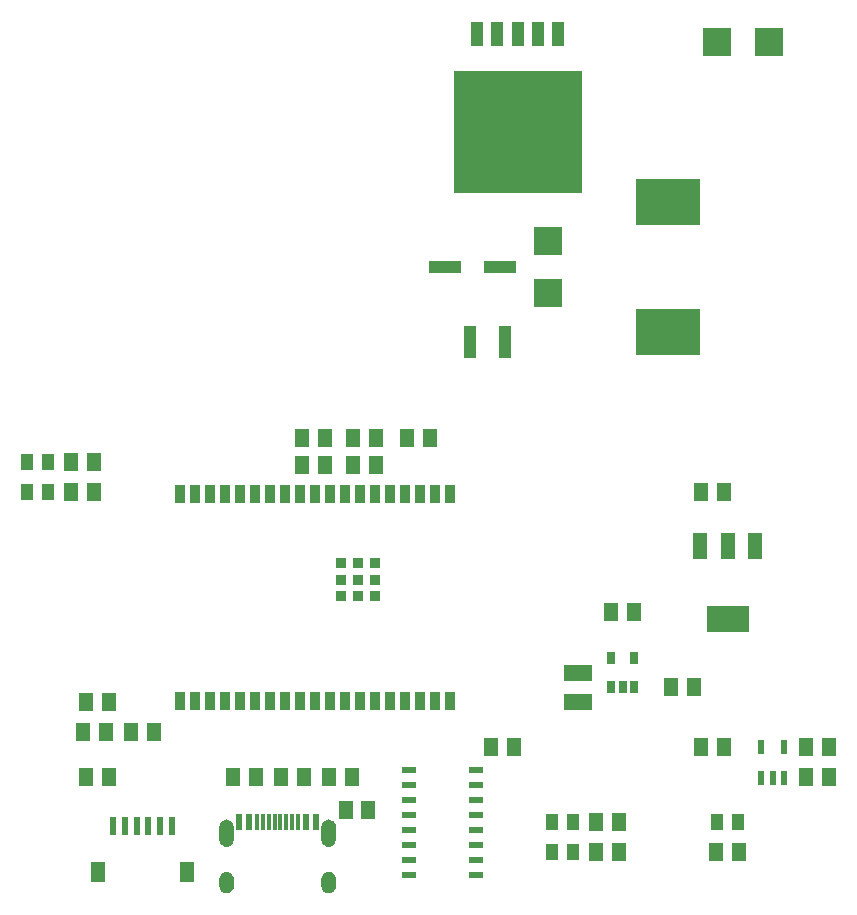
<source format=gbr>
G04 EAGLE Gerber RS-274X export*
G75*
%MOMM*%
%FSLAX34Y34*%
%LPD*%
%INSolderpaste Top*%
%IPPOS*%
%AMOC8*
5,1,8,0,0,1.08239X$1,22.5*%
G01*
%ADD10R,2.800000X1.000000*%
%ADD11R,1.100000X1.450000*%
%ADD12R,2.400000X2.400000*%
%ADD13R,1.000000X2.800000*%
%ADD14R,10.800000X10.410000*%
%ADD15R,1.066800X2.159000*%
%ADD16R,1.219000X2.235000*%
%ADD17R,3.600000X2.200000*%
%ADD18R,0.600000X1.550000*%
%ADD19R,1.200000X1.800000*%
%ADD20R,5.500000X4.000000*%
%ADD21R,0.889000X1.498600*%
%ADD22R,0.889000X0.889000*%
%ADD23R,0.550000X1.200000*%
%ADD24R,0.700000X1.000000*%
%ADD25R,1.300000X1.500000*%
%ADD26R,2.400000X1.400000*%
%ADD27R,1.200000X0.600000*%
%ADD28R,0.300000X1.450000*%
%ADD29R,0.600000X1.450000*%
%ADD30R,0.550000X1.450000*%

G36*
X311184Y42883D02*
X311184Y42883D01*
X311190Y42889D01*
X311195Y42885D01*
X312425Y43250D01*
X312430Y43257D01*
X312435Y43255D01*
X313554Y43885D01*
X313557Y43892D01*
X313563Y43891D01*
X314513Y44754D01*
X314514Y44762D01*
X314520Y44762D01*
X315254Y45815D01*
X315254Y45823D01*
X315259Y45825D01*
X315741Y47015D01*
X315739Y47020D01*
X315743Y47023D01*
X315742Y47024D01*
X315744Y47025D01*
X315949Y48292D01*
X315946Y48297D01*
X315949Y48300D01*
X315949Y60300D01*
X315946Y60304D01*
X315949Y60307D01*
X315794Y61429D01*
X315789Y61434D01*
X315792Y61438D01*
X315421Y62509D01*
X315415Y62513D01*
X315417Y62518D01*
X314844Y63495D01*
X314838Y63498D01*
X314839Y63503D01*
X314086Y64350D01*
X314079Y64352D01*
X314079Y64357D01*
X313176Y65041D01*
X313169Y65041D01*
X313168Y65046D01*
X312149Y65541D01*
X312142Y65539D01*
X312140Y65544D01*
X311043Y65831D01*
X311037Y65828D01*
X311034Y65832D01*
X309903Y65899D01*
X309897Y65899D01*
X308766Y65832D01*
X308761Y65827D01*
X308757Y65831D01*
X307660Y65544D01*
X307656Y65538D01*
X307651Y65541D01*
X306632Y65046D01*
X306629Y65040D01*
X306624Y65041D01*
X305721Y64357D01*
X305719Y64350D01*
X305714Y64350D01*
X304961Y63503D01*
X304961Y63496D01*
X304956Y63495D01*
X304383Y62518D01*
X304384Y62515D01*
X304383Y62514D01*
X304384Y62513D01*
X304384Y62511D01*
X304379Y62509D01*
X304008Y61438D01*
X304010Y61433D01*
X304007Y61431D01*
X304007Y61430D01*
X304006Y61429D01*
X303851Y60307D01*
X303854Y60302D01*
X303851Y60300D01*
X303851Y48300D01*
X303854Y48295D01*
X303851Y48292D01*
X304056Y47025D01*
X304062Y47019D01*
X304059Y47015D01*
X304541Y45825D01*
X304548Y45821D01*
X304546Y45815D01*
X305280Y44762D01*
X305288Y44760D01*
X305287Y44754D01*
X306237Y43891D01*
X306246Y43890D01*
X306246Y43885D01*
X307365Y43255D01*
X307373Y43256D01*
X307375Y43250D01*
X308605Y42885D01*
X308613Y42888D01*
X308616Y42883D01*
X309897Y42801D01*
X309901Y42804D01*
X309903Y42801D01*
X311184Y42883D01*
G37*
G36*
X224784Y42883D02*
X224784Y42883D01*
X224790Y42889D01*
X224795Y42885D01*
X226025Y43250D01*
X226030Y43257D01*
X226035Y43255D01*
X227154Y43885D01*
X227157Y43892D01*
X227163Y43891D01*
X228113Y44754D01*
X228114Y44762D01*
X228120Y44762D01*
X228854Y45815D01*
X228854Y45823D01*
X228859Y45825D01*
X229341Y47015D01*
X229339Y47020D01*
X229343Y47023D01*
X229342Y47024D01*
X229344Y47025D01*
X229549Y48292D01*
X229546Y48297D01*
X229549Y48300D01*
X229549Y60300D01*
X229546Y60304D01*
X229549Y60307D01*
X229394Y61429D01*
X229389Y61434D01*
X229392Y61438D01*
X229021Y62509D01*
X229015Y62513D01*
X229017Y62518D01*
X228444Y63495D01*
X228438Y63498D01*
X228439Y63503D01*
X227686Y64350D01*
X227679Y64352D01*
X227679Y64357D01*
X226776Y65041D01*
X226769Y65041D01*
X226768Y65046D01*
X225749Y65541D01*
X225742Y65539D01*
X225740Y65544D01*
X224643Y65831D01*
X224637Y65828D01*
X224634Y65832D01*
X223503Y65899D01*
X223497Y65899D01*
X222366Y65832D01*
X222361Y65827D01*
X222357Y65831D01*
X221260Y65544D01*
X221256Y65538D01*
X221251Y65541D01*
X220232Y65046D01*
X220229Y65040D01*
X220224Y65041D01*
X219321Y64357D01*
X219319Y64350D01*
X219314Y64350D01*
X218561Y63503D01*
X218561Y63496D01*
X218556Y63495D01*
X217983Y62518D01*
X217984Y62515D01*
X217983Y62514D01*
X217984Y62513D01*
X217984Y62511D01*
X217979Y62509D01*
X217608Y61438D01*
X217610Y61433D01*
X217607Y61431D01*
X217607Y61430D01*
X217606Y61429D01*
X217451Y60307D01*
X217454Y60302D01*
X217451Y60300D01*
X217451Y48300D01*
X217454Y48295D01*
X217451Y48292D01*
X217656Y47025D01*
X217662Y47019D01*
X217659Y47015D01*
X218141Y45825D01*
X218148Y45821D01*
X218146Y45815D01*
X218880Y44762D01*
X218888Y44760D01*
X218887Y44754D01*
X219837Y43891D01*
X219846Y43890D01*
X219846Y43885D01*
X220965Y43255D01*
X220973Y43256D01*
X220975Y43250D01*
X222205Y42885D01*
X222213Y42888D01*
X222216Y42883D01*
X223497Y42801D01*
X223501Y42804D01*
X223503Y42801D01*
X224784Y42883D01*
G37*
G36*
X311071Y3611D02*
X311071Y3611D01*
X311076Y3616D01*
X311080Y3613D01*
X312203Y3948D01*
X312207Y3954D01*
X312211Y3952D01*
X313247Y4500D01*
X313250Y4506D01*
X313255Y4505D01*
X314163Y5244D01*
X314165Y5251D01*
X314170Y5251D01*
X314917Y6153D01*
X314917Y6161D01*
X314923Y6161D01*
X315479Y7192D01*
X315478Y7199D01*
X315483Y7201D01*
X315827Y8320D01*
X315825Y8327D01*
X315829Y8330D01*
X315949Y9495D01*
X315947Y9498D01*
X315949Y9500D01*
X315949Y15500D01*
X315947Y15503D01*
X315949Y15505D01*
X315838Y16681D01*
X315833Y16686D01*
X315836Y16690D01*
X315498Y17822D01*
X315492Y17826D01*
X315494Y17831D01*
X314942Y18875D01*
X314935Y18878D01*
X314937Y18883D01*
X314191Y19799D01*
X314184Y19800D01*
X314184Y19806D01*
X313275Y20559D01*
X313267Y20559D01*
X313267Y20564D01*
X312227Y21125D01*
X312220Y21124D01*
X312218Y21129D01*
X311089Y21476D01*
X311083Y21474D01*
X311080Y21478D01*
X309905Y21599D01*
X309898Y21595D01*
X309894Y21599D01*
X308554Y21442D01*
X308548Y21437D01*
X308543Y21440D01*
X307272Y20989D01*
X307267Y20982D01*
X307262Y20984D01*
X306123Y20262D01*
X306120Y20254D01*
X306114Y20255D01*
X305164Y19297D01*
X305163Y19289D01*
X305157Y19288D01*
X304444Y18143D01*
X304445Y18135D01*
X304439Y18133D01*
X303999Y16857D01*
X304001Y16850D01*
X303997Y16847D01*
X303851Y15505D01*
X303853Y15502D01*
X303851Y15500D01*
X303851Y9500D01*
X303853Y9497D01*
X303851Y9494D01*
X304006Y8165D01*
X304012Y8159D01*
X304009Y8155D01*
X304456Y6894D01*
X304463Y6889D01*
X304461Y6884D01*
X305178Y5754D01*
X305185Y5751D01*
X305184Y5745D01*
X306135Y4803D01*
X306143Y4802D01*
X306143Y4796D01*
X307279Y4089D01*
X307287Y4090D01*
X307289Y4084D01*
X308554Y3648D01*
X308559Y3649D01*
X308560Y3649D01*
X308563Y3649D01*
X308565Y3645D01*
X309895Y3501D01*
X309901Y3505D01*
X309905Y3501D01*
X311071Y3611D01*
G37*
G36*
X224671Y3611D02*
X224671Y3611D01*
X224676Y3616D01*
X224680Y3613D01*
X225803Y3948D01*
X225807Y3954D01*
X225811Y3952D01*
X226847Y4500D01*
X226850Y4506D01*
X226855Y4505D01*
X227763Y5244D01*
X227765Y5251D01*
X227770Y5251D01*
X228517Y6153D01*
X228517Y6161D01*
X228523Y6161D01*
X229079Y7192D01*
X229078Y7199D01*
X229083Y7201D01*
X229427Y8320D01*
X229425Y8327D01*
X229429Y8330D01*
X229549Y9495D01*
X229547Y9498D01*
X229549Y9500D01*
X229549Y15500D01*
X229547Y15503D01*
X229549Y15505D01*
X229438Y16681D01*
X229433Y16686D01*
X229436Y16690D01*
X229098Y17822D01*
X229092Y17826D01*
X229094Y17831D01*
X228542Y18875D01*
X228535Y18878D01*
X228537Y18883D01*
X227791Y19799D01*
X227784Y19800D01*
X227784Y19806D01*
X226875Y20559D01*
X226867Y20559D01*
X226867Y20564D01*
X225827Y21125D01*
X225820Y21124D01*
X225818Y21129D01*
X224689Y21476D01*
X224683Y21474D01*
X224680Y21478D01*
X223505Y21599D01*
X223498Y21595D01*
X223494Y21599D01*
X222154Y21442D01*
X222148Y21437D01*
X222143Y21440D01*
X220872Y20989D01*
X220867Y20982D01*
X220862Y20984D01*
X219723Y20262D01*
X219720Y20254D01*
X219714Y20255D01*
X218764Y19297D01*
X218763Y19289D01*
X218757Y19288D01*
X218044Y18143D01*
X218045Y18135D01*
X218039Y18133D01*
X217599Y16857D01*
X217601Y16850D01*
X217597Y16847D01*
X217451Y15505D01*
X217453Y15502D01*
X217451Y15500D01*
X217451Y9500D01*
X217453Y9497D01*
X217451Y9494D01*
X217606Y8165D01*
X217612Y8159D01*
X217609Y8155D01*
X218056Y6894D01*
X218063Y6889D01*
X218061Y6884D01*
X218778Y5754D01*
X218785Y5751D01*
X218784Y5745D01*
X219735Y4803D01*
X219743Y4802D01*
X219743Y4796D01*
X220879Y4089D01*
X220887Y4090D01*
X220889Y4084D01*
X222154Y3648D01*
X222159Y3649D01*
X222160Y3649D01*
X222163Y3649D01*
X222165Y3645D01*
X223495Y3501D01*
X223501Y3505D01*
X223505Y3501D01*
X224671Y3611D01*
G37*
D10*
X408300Y533400D03*
X455300Y533400D03*
D11*
X54500Y342900D03*
X72500Y342900D03*
X54500Y368300D03*
X72500Y368300D03*
D12*
X495300Y555400D03*
X495300Y511400D03*
X638400Y723900D03*
X682400Y723900D03*
D13*
X459500Y469900D03*
X429500Y469900D03*
D14*
X469900Y647700D03*
D15*
X503936Y731012D03*
X486918Y731012D03*
X469900Y731012D03*
X452882Y731012D03*
X435864Y731012D03*
D16*
X670810Y297690D03*
X647700Y297690D03*
X624590Y297690D03*
D17*
X647700Y235710D03*
D18*
X177400Y60450D03*
X167400Y60450D03*
X157400Y60450D03*
X147400Y60450D03*
X137400Y60450D03*
X127400Y60450D03*
D19*
X190400Y21700D03*
X114400Y21700D03*
D20*
X596900Y588400D03*
X596900Y478400D03*
D21*
X412801Y341503D03*
X400101Y341503D03*
X387401Y341503D03*
X374701Y341503D03*
X362001Y341503D03*
X349301Y341503D03*
X336601Y341503D03*
X323901Y341503D03*
X311201Y341503D03*
X298501Y341503D03*
X285801Y341503D03*
X273101Y341503D03*
X260401Y341503D03*
X247701Y341503D03*
X235001Y341503D03*
X222301Y341503D03*
X209601Y341503D03*
X196901Y341503D03*
X184201Y341503D03*
X184201Y166497D03*
X196901Y166497D03*
X209601Y166497D03*
X222301Y166497D03*
X235001Y166497D03*
X247701Y166497D03*
X260401Y166497D03*
X273101Y166497D03*
X285801Y166497D03*
X298501Y166497D03*
X311201Y166497D03*
X323901Y166497D03*
X336601Y166497D03*
X349301Y166497D03*
X362001Y166497D03*
X374701Y166497D03*
X387401Y166497D03*
X400101Y166497D03*
X412801Y166497D03*
D22*
X334823Y269037D03*
X348818Y283032D03*
X348818Y255041D03*
X348818Y269037D03*
X334823Y283032D03*
X334823Y255041D03*
X320827Y283032D03*
X320827Y269037D03*
X320827Y255041D03*
D23*
X676300Y101299D03*
X685800Y101299D03*
X695300Y101299D03*
X695300Y127301D03*
X676300Y127301D03*
D24*
X549300Y178500D03*
X558800Y178500D03*
X568300Y178500D03*
X568300Y202500D03*
X549300Y202500D03*
D25*
X619100Y177800D03*
X600100Y177800D03*
X568300Y241300D03*
X549300Y241300D03*
D26*
X520700Y165800D03*
X520700Y189800D03*
D27*
X378400Y107950D03*
X378400Y95250D03*
X378400Y82550D03*
X378400Y69850D03*
X378400Y57150D03*
X378400Y44450D03*
X378400Y31750D03*
X378400Y19050D03*
X434400Y19050D03*
X434400Y31750D03*
X434400Y44450D03*
X434400Y57150D03*
X434400Y69850D03*
X434400Y82550D03*
X434400Y95250D03*
X434400Y107950D03*
D28*
X274200Y63500D03*
X269200Y63500D03*
D29*
X298950Y63500D03*
D30*
X291200Y63500D03*
D28*
X284200Y63500D03*
X279200Y63500D03*
X259200Y63500D03*
X264200Y63500D03*
D29*
X234450Y63500D03*
D30*
X242200Y63500D03*
D28*
X249200Y63500D03*
X254200Y63500D03*
D25*
X288900Y101600D03*
X269900Y101600D03*
X248260Y101600D03*
X229260Y101600D03*
X310540Y101600D03*
X329540Y101600D03*
X343510Y73660D03*
X324510Y73660D03*
X447700Y127000D03*
X466700Y127000D03*
D11*
X638700Y63500D03*
X656700Y63500D03*
X499000Y63500D03*
X517000Y63500D03*
X499000Y38100D03*
X517000Y38100D03*
D25*
X330860Y388620D03*
X349860Y388620D03*
X376580Y388620D03*
X395580Y388620D03*
X111100Y342900D03*
X92100Y342900D03*
X111100Y368300D03*
X92100Y368300D03*
X142900Y139700D03*
X161900Y139700D03*
X638200Y38100D03*
X657200Y38100D03*
X625500Y127000D03*
X644500Y127000D03*
X121260Y139700D03*
X102260Y139700D03*
X123800Y165100D03*
X104800Y165100D03*
X287680Y388620D03*
X306680Y388620D03*
X536600Y63500D03*
X555600Y63500D03*
X536600Y38100D03*
X555600Y38100D03*
X714400Y127000D03*
X733400Y127000D03*
X714400Y101600D03*
X733400Y101600D03*
X644500Y342900D03*
X625500Y342900D03*
X306680Y365760D03*
X287680Y365760D03*
X349860Y365760D03*
X330860Y365760D03*
X104800Y101600D03*
X123800Y101600D03*
M02*

</source>
